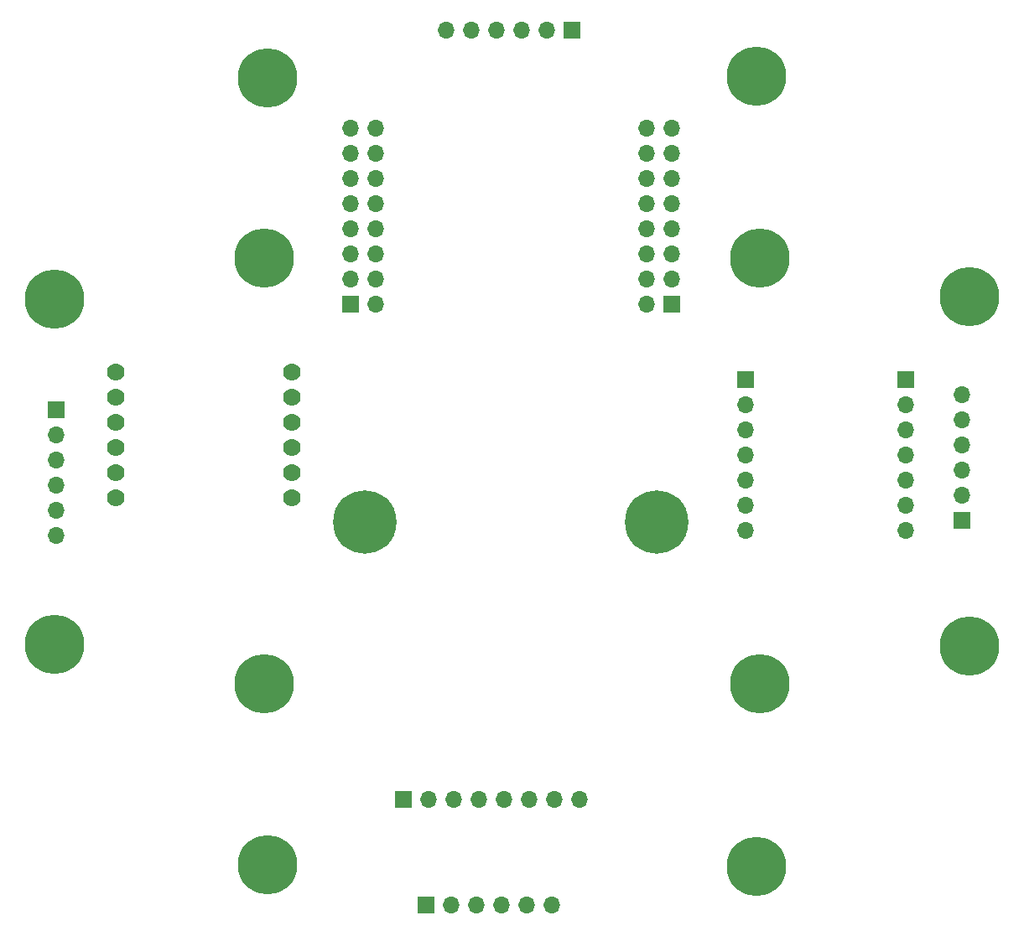
<source format=gbr>
%TF.GenerationSoftware,KiCad,Pcbnew,7.0.7*%
%TF.CreationDate,2024-02-23T14:56:57+08:00*%
%TF.ProjectId,l3,6c332e6b-6963-4616-945f-706362585858,rev?*%
%TF.SameCoordinates,Original*%
%TF.FileFunction,Soldermask,Bot*%
%TF.FilePolarity,Negative*%
%FSLAX46Y46*%
G04 Gerber Fmt 4.6, Leading zero omitted, Abs format (unit mm)*
G04 Created by KiCad (PCBNEW 7.0.7) date 2024-02-23 14:56:57*
%MOMM*%
%LPD*%
G01*
G04 APERTURE LIST*
%ADD10R,1.700000X1.700000*%
%ADD11O,1.700000X1.700000*%
%ADD12C,0.800000*%
%ADD13C,6.000000*%
%ADD14C,1.778000*%
%ADD15C,6.400000*%
G04 APERTURE END LIST*
D10*
%TO.C,J3*%
X45555374Y-5103580D03*
D11*
X45555374Y-2563580D03*
X45555374Y-23580D03*
X45555374Y2516420D03*
X45555374Y5056420D03*
X45555374Y7596420D03*
%TD*%
D12*
%TO.C,H10*%
X-48337068Y17317603D03*
X-47678058Y18908593D03*
X-47678058Y15726613D03*
X-46087068Y19567603D03*
D13*
X-46087068Y17317603D03*
D12*
X-46087068Y15067603D03*
X-44496078Y18908593D03*
X-44496078Y15726613D03*
X-43837068Y17317603D03*
%TD*%
%TO.C,H2*%
X-27167738Y21457787D03*
X-26508728Y23048777D03*
X-26508728Y19866797D03*
X-24917738Y23707787D03*
D13*
X-24917738Y21457787D03*
D12*
X-24917738Y19207787D03*
X-23326748Y23048777D03*
X-23326748Y19866797D03*
X-22667738Y21457787D03*
%TD*%
%TO.C,H1*%
X22504921Y39794635D03*
X23163931Y41385625D03*
X23163931Y38203645D03*
X24754921Y42044635D03*
D13*
X24754921Y39794635D03*
D12*
X24754921Y37544635D03*
X26345911Y41385625D03*
X26345911Y38203645D03*
X27004921Y39794635D03*
%TD*%
%TO.C,H9*%
X-26802659Y39617136D03*
X-26143649Y41208126D03*
X-26143649Y38026146D03*
X-24552659Y41867136D03*
D13*
X-24552659Y39617136D03*
D12*
X-24552659Y37367136D03*
X-22961669Y41208126D03*
X-22961669Y38026146D03*
X-22302659Y39617136D03*
%TD*%
D10*
%TO.C,J2*%
X6185374Y44426420D03*
D11*
X3645374Y44426420D03*
X1105374Y44426420D03*
X-1434626Y44426420D03*
X-3974626Y44426420D03*
X-6514626Y44426420D03*
%TD*%
D10*
%TO.C,J1*%
X-10849500Y-33259580D03*
D11*
X-8309500Y-33259580D03*
X-5769500Y-33259580D03*
X-3229500Y-33259580D03*
X-689500Y-33259580D03*
X1850500Y-33259580D03*
X4390500Y-33259580D03*
X6930500Y-33259580D03*
%TD*%
D12*
%TO.C,H3*%
X22832262Y21457787D03*
X23491272Y23048777D03*
X23491272Y19866797D03*
X25082262Y23707787D03*
D13*
X25082262Y21457787D03*
D12*
X25082262Y19207787D03*
X26673252Y23048777D03*
X26673252Y19866797D03*
X27332262Y21457787D03*
%TD*%
%TO.C,H12*%
X22542659Y-40056559D03*
X23201669Y-38465569D03*
X23201669Y-41647549D03*
X24792659Y-37806559D03*
D13*
X24792659Y-40056559D03*
D12*
X24792659Y-42306559D03*
X26383649Y-38465569D03*
X26383649Y-41647549D03*
X27042659Y-40056559D03*
%TD*%
D10*
%TO.C,J4*%
X-8546626Y-43965580D03*
D11*
X-6006626Y-43965580D03*
X-3466626Y-43965580D03*
X-926626Y-43965580D03*
X1613374Y-43965580D03*
X4153374Y-43965580D03*
%TD*%
D12*
%TO.C,H8*%
X-26840397Y-39879060D03*
X-26181387Y-38288070D03*
X-26181387Y-41470050D03*
X-24590397Y-37629060D03*
D13*
X-24590397Y-39879060D03*
D12*
X-24590397Y-42129060D03*
X-22999407Y-38288070D03*
X-22999407Y-41470050D03*
X-22340397Y-39879060D03*
%TD*%
D14*
%TO.C,U2*%
X-39915626Y9882420D03*
X-39915626Y7342420D03*
X-39915626Y4802420D03*
X-39915626Y2262420D03*
X-39915626Y-277580D03*
X-39915626Y-2817580D03*
X-22135626Y9882420D03*
X-22135626Y7342420D03*
X-22135626Y4802420D03*
X-22135626Y2262420D03*
X-22135626Y-277580D03*
X-22135626Y-2817580D03*
%TD*%
D10*
%TO.C,U3*%
X23660000Y9120420D03*
D11*
X23660000Y6580420D03*
X23660000Y4040420D03*
X23660000Y1500420D03*
X23660000Y-1039580D03*
X23660000Y-3579580D03*
X23660000Y-6119580D03*
X39825000Y-6119580D03*
X39825000Y-3579580D03*
X39825000Y-1039580D03*
X39825000Y1500420D03*
X39825000Y4040420D03*
X39825000Y6580420D03*
D10*
X39825000Y9120420D03*
%TD*%
D12*
%TO.C,H7*%
X22832262Y-21542213D03*
X23491272Y-19951223D03*
X23491272Y-23133203D03*
X25082262Y-19292213D03*
D13*
X25082262Y-21542213D03*
D12*
X25082262Y-23792213D03*
X26673252Y-19951223D03*
X26673252Y-23133203D03*
X27332262Y-21542213D03*
%TD*%
D10*
%TO.C,J6*%
X-45884626Y6072420D03*
D11*
X-45884626Y3532420D03*
X-45884626Y992420D03*
X-45884626Y-1547580D03*
X-45884626Y-4087580D03*
X-45884626Y-6627580D03*
%TD*%
D12*
%TO.C,H4*%
X44039331Y17495101D03*
X44698341Y19086091D03*
X44698341Y15904111D03*
X46289331Y19745101D03*
D13*
X46289331Y17495101D03*
D12*
X46289331Y15245101D03*
X47880321Y19086091D03*
X47880321Y15904111D03*
X48539331Y17495101D03*
%TD*%
%TO.C,H5*%
X-48374807Y-17579526D03*
X-47715797Y-15988536D03*
X-47715797Y-19170516D03*
X-46124807Y-15329526D03*
D13*
X-46124807Y-17579526D03*
D12*
X-46124807Y-19829526D03*
X-44533817Y-15988536D03*
X-44533817Y-19170516D03*
X-43874807Y-17579526D03*
%TD*%
D10*
%TO.C,J5*%
X16210944Y16756000D03*
D11*
X13670944Y16756000D03*
X16210944Y19296000D03*
X13670944Y19296000D03*
X16210944Y21836000D03*
X13670944Y21836000D03*
X16210944Y24376000D03*
X13670944Y24376000D03*
X16210944Y26916000D03*
X13670944Y26916000D03*
X16210944Y29456000D03*
X13670944Y29456000D03*
X16210944Y31996000D03*
X13670944Y31996000D03*
X16210944Y34536000D03*
X13670944Y34536000D03*
X-13649056Y16776000D03*
D10*
X-16189056Y16776000D03*
D11*
X-13649056Y19316000D03*
X-16189056Y19316000D03*
X-13649056Y21856000D03*
X-16189056Y21856000D03*
X-13649056Y24396000D03*
X-16189056Y24396000D03*
X-13649056Y26936000D03*
X-16189056Y26936000D03*
X-13649056Y29476000D03*
X-16189056Y29476000D03*
X-13649056Y32016000D03*
X-16189056Y32016000D03*
X-13649056Y34556000D03*
X-16189056Y34556000D03*
D12*
X17092944Y-5207000D03*
X16390000Y-6904056D03*
X16390000Y-3509944D03*
X14692944Y-7607000D03*
D15*
X14692944Y-5207000D03*
D12*
X14692944Y-2807000D03*
X12995888Y-6904056D03*
X12995888Y-3509944D03*
X12292944Y-5207000D03*
X-12371056Y-5207000D03*
X-13074000Y-6904056D03*
X-13074000Y-3509944D03*
X-14771056Y-7607000D03*
D15*
X-14771056Y-5207000D03*
D12*
X-14771056Y-2807000D03*
X-16468112Y-6904056D03*
X-16468112Y-3509944D03*
X-17171056Y-5207000D03*
%TD*%
%TO.C,H6*%
X-27167738Y-21542213D03*
X-26508728Y-19951223D03*
X-26508728Y-23133203D03*
X-24917738Y-19292213D03*
D13*
X-24917738Y-21542213D03*
D12*
X-24917738Y-23792213D03*
X-23326748Y-19951223D03*
X-23326748Y-23133203D03*
X-22667738Y-21542213D03*
%TD*%
%TO.C,H11*%
X44077070Y-17757024D03*
X44736080Y-16166034D03*
X44736080Y-19348014D03*
X46327070Y-15507024D03*
D13*
X46327070Y-17757024D03*
D12*
X46327070Y-20007024D03*
X47918060Y-16166034D03*
X47918060Y-19348014D03*
X48577070Y-17757024D03*
%TD*%
M02*

</source>
